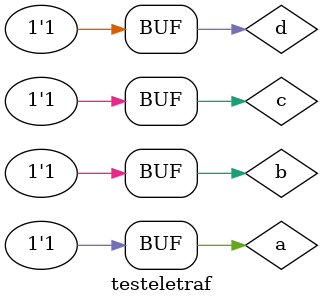
<source format=v>


module letraf (s0,a,b,c,d);
output s0;
input a,b,c,d;
wire t1,t2,t3,t4,t5,t,t7,t8;

xor XOR1 (t1,c,d);
xor XOR2 (t2,a,c);
xor XOR3 (t3,a,b);
xor XOR4 (t4,b,d);

and AND1 (t5, ~a,~b,t1);
and AND2 (t6, t2,b,d);
and AND3 (t7, t3,~c,~d);
and AND4 (t8, t4,a,c);

or OR1 (s0,t5,t6,t7,t8);



endmodule //fim letraf

module testeletraf;

wire s0;
reg a,b,c,d;

letraf F(s0,a,b,c,d);

 initial begin
  		$display("LUIZ MARQUES DE OLIVEIRA");
 		$display("PROVA - LETRA F");
      $display("\na  b   c   d  s0\n");
      $monitor("%b  %b   %b   %b  %b", a, b, c, d, s0);
  
	     a=0; b=0; c=0; d=0;  
    #1  a=0; b=0; c=0; d=1;
    #1  a=0; b=0; c=1; d=0;
    #1  a=0; b=0; c=1; d=1;
    #1  a=0; b=1; c=0; d=0;
 	 #1  a=0; b=1; c=0; d=1;
    #1  a=0; b=1; c=1; d=0;
    #1  a=0; b=1; c=1; d=1;
    #1  a=1; b=0; c=0; d=0;
    #1  a=1; b=0; c=0; d=1;
    #1  a=1; b=0; c=1; d=0;
    #1  a=1; b=0; c=1; d=1;
    #1  a=1; b=1; c=0; d=0;
    #1  a=1; b=1; c=0; d=1;
    #1  a=1; b=1; c=1; d=0;
    #1  a=1; b=1; c=1; d=1;


        
    end
    endmodule


</source>
